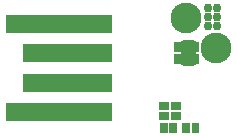
<source format=gbr>
G04 start of page 11 for group -4063 idx -4063 *
G04 Title: (unknown), componentmask *
G04 Creator: pcb 4.2.0 *
G04 CreationDate: Fri Jun 19 09:17:45 2020 UTC *
G04 For: commonadmin *
G04 Format: Gerber/RS-274X *
G04 PCB-Dimensions (mil): 6000.00 5000.00 *
G04 PCB-Coordinate-Origin: lower left *
%MOIN*%
%FSLAX25Y25*%
%LNTOPMASK*%
%ADD44C,0.0001*%
%ADD43C,0.0200*%
%ADD42C,0.1027*%
%ADD41C,0.0300*%
G54D41*X72500Y44500D03*
Y41500D03*
X69500Y44500D03*
Y41500D03*
Y38500D03*
X72500D03*
G54D42*X72250Y31000D03*
G54D43*X64500Y32700D02*X65100Y32100D01*
G54D44*G36*
X64100Y33100D02*Y31100D01*
X66600D01*
Y33100D01*
X64100D01*
G37*
G54D43*X64500Y28700D02*X65100Y28100D01*
G54D44*G36*
X64100Y29100D02*Y27100D01*
X66600D01*
Y29100D01*
X64100D01*
G37*
G36*
X56034Y6177D02*X53466D01*
Y2823D01*
X56034D01*
Y6177D01*
G37*
G36*
X59182D02*X56614D01*
Y2823D01*
X59182D01*
Y6177D01*
G37*
G36*
X63460D02*X60892D01*
Y2823D01*
X63460D01*
Y6177D01*
G37*
G36*
X53073Y9784D02*Y7216D01*
X56427D01*
Y9784D01*
X53073D01*
G37*
G36*
Y12932D02*Y10364D01*
X56427D01*
Y12932D01*
X53073D01*
G37*
G36*
X57073Y9784D02*Y7216D01*
X60427D01*
Y9784D01*
X57073D01*
G37*
G36*
Y12932D02*Y10364D01*
X60427D01*
Y12932D01*
X57073D01*
G37*
G36*
X66608Y6177D02*X64040D01*
Y2823D01*
X66608D01*
Y6177D01*
G37*
G36*
X2017Y12641D02*Y6703D01*
X37483D01*
Y12641D01*
X2017D01*
G37*
G54D42*X62250Y41000D03*
G54D44*G36*
X2017Y42169D02*Y36231D01*
X37483D01*
Y42169D01*
X2017D01*
G37*
G54D43*X61400Y30100D02*X64400D01*
X65100Y30800D01*
G54D44*G36*
X64100Y31800D02*Y29800D01*
X66600D01*
Y31800D01*
X64100D01*
G37*
G54D43*X63500Y30700D02*X64100Y30100D01*
X62900D02*X63500Y30700D01*
X60700Y30800D02*X61400Y30100D01*
G54D44*G36*
X58200Y31800D02*Y29800D01*
X61700D01*
Y31800D01*
X58200D01*
G37*
G54D43*X61700Y30100D02*X62300Y30700D01*
X62900Y30100D01*
X60800Y32100D02*X61400Y32700D01*
G54D44*G36*
X58200Y33100D02*Y31100D01*
X61800D01*
Y33100D01*
X58200D01*
G37*
G54D43*X61600Y32700D02*X62300Y32000D01*
X61400Y32700D02*X61600D01*
X61400D02*X64500D01*
X62300Y32000D02*X63000Y32700D01*
X62800D02*X63500Y32000D01*
X64200Y32700D01*
X61400Y26100D02*X64400D01*
X65100Y26800D01*
G54D44*G36*
X64100Y27800D02*Y25800D01*
X66600D01*
Y27800D01*
X64100D01*
G37*
G54D43*X63500Y26700D02*X64100Y26100D01*
X62900D02*X63500Y26700D01*
X60700Y26800D02*X61400Y26100D01*
G54D44*G36*
X58200Y27800D02*Y25800D01*
X61700D01*
Y27800D01*
X58200D01*
G37*
G54D43*X61700Y26100D02*X62300Y26700D01*
X62900Y26100D01*
X61400Y28700D02*X64500D01*
X60800Y28100D02*X61400Y28700D01*
X61600D01*
X62800D02*X63500Y28000D01*
X64200Y28700D01*
G54D44*G36*
X58200Y29100D02*Y27100D01*
X61800D01*
Y29100D01*
X58200D01*
G37*
G36*
X7923Y32326D02*Y26388D01*
X37483D01*
Y32326D01*
X7923D01*
G37*
G36*
Y22484D02*Y16546D01*
X37483D01*
Y22484D01*
X7923D01*
G37*
G54D43*X61600Y28700D02*X62300Y28000D01*
X63000Y28700D01*
M02*

</source>
